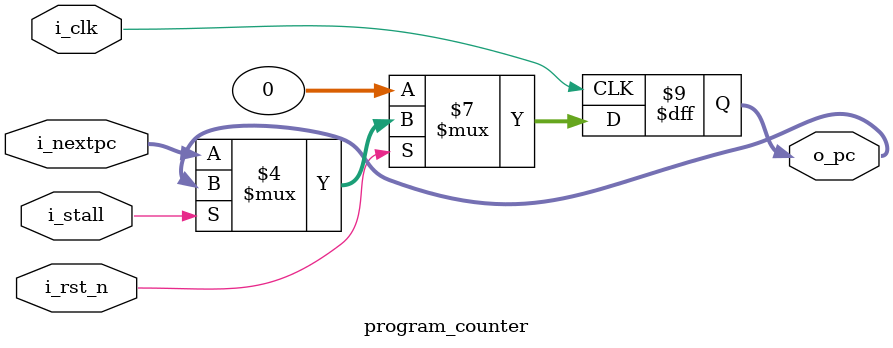
<source format=sv>
module program_counter (
  input  logic i_clk, i_rst_n, i_stall,
  input  logic [31:0] i_nextpc,
  output logic [31:0] o_pc
);
  always_ff @(posedge i_clk) begin : pc_ff
    if (~i_rst_n)
	   o_pc <= 32'b0;
	 else if (i_stall == 1'b0)
	   o_pc <= i_nextpc;
  end
endmodule
</source>
